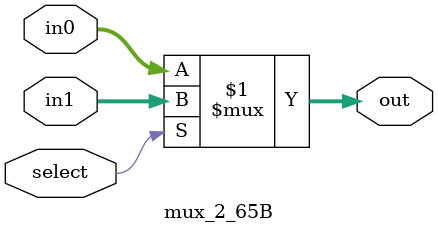
<source format=v>
module mux_2_65B(out, select, in0, in1);
	input select;
	input [64:0] in0, in1;
	output [64:0] out;
	assign out = select ? in1 : in0;
endmodule
</source>
